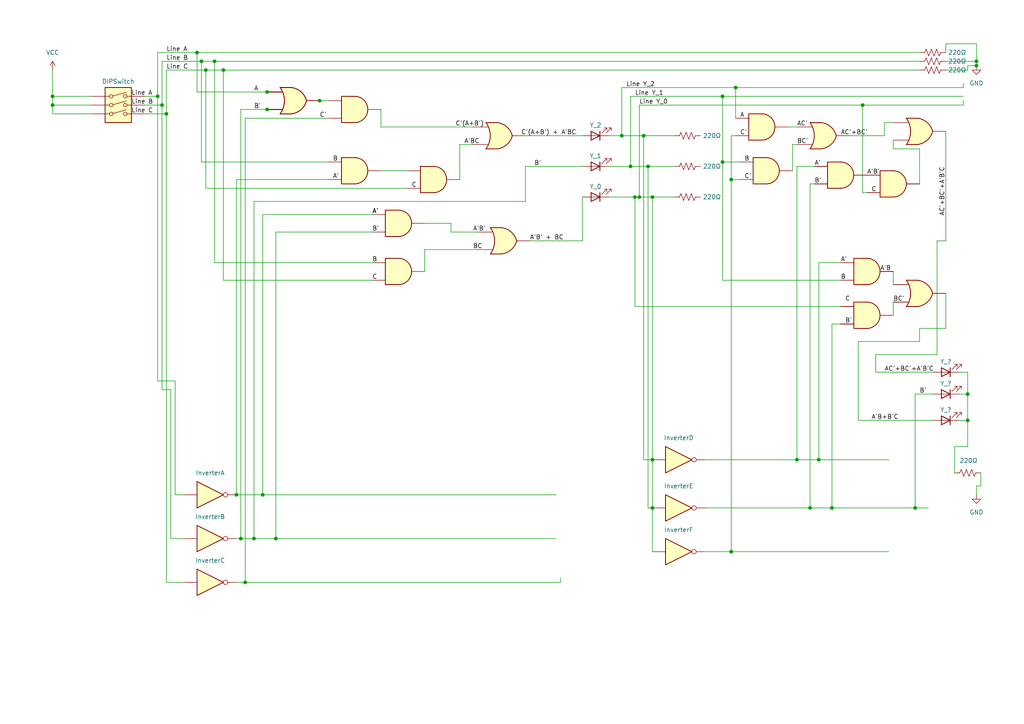
<source format=kicad_sch>
(kicad_sch (version 20250114) (generator "eeschema") (generator_version "9.0")
  (paper "A4")
  (lib_symbols
    (symbol "0_74xx:74HC08" (pin_numbers (hide yes)) (pin_names (offset 1.016) (hide yes))
      (property "Reference" "U" (at -2.54 5.08 0))
      (property "Value" "74HC08" (at 0 -5.08 0))
      (symbol "74HC08_1_1"
        (arc (start 0 3.81) (mid 3.7934 0) (end 0 -3.81) (stroke (width 0.254)) (fill (type background)))
        (polyline (pts (xy 0 3.81) (xy -3.81 3.81) (xy -3.81 -3.81) (xy 0 -3.81)) (stroke (width 0.254)) (fill (type background)))
        (pin input line (at -7.62 2.54 0) (length 3.81) (name "~") (number "1"))
        (pin input line (at -7.62 -2.54 0) (length 3.81) (name "~") (number "2"))
        (pin output line (at 7.62 0 180) (length 3.81) (name "~") (number "3"))
      )
      (symbol "74HC08_1_2"
        (arc (start -3.81 3.81) (mid -2.589 0) (end -3.81 -3.81) (stroke (width 0.254)))
        (polyline (pts (xy -3.81 3.81) (xy -0.635 3.81)) (stroke (width 0.254)) (fill (type background)))
        (polyline (pts (xy -3.81 -3.81) (xy -0.635 -3.81)) (stroke (width 0.254)) (fill (type background)))
        (arc (start 3.81 0) (mid 2.1855 -2.584) (end -0.6096 -3.81) (stroke (width 0.254)) (fill (type background)))
        (arc (start -0.6096 3.81) (mid 2.1928 2.5924) (end 3.81 0) (stroke (width 0.254)) (fill (type background)))
        (polyline (pts (xy -0.635 3.81) (xy -3.81 3.81) (xy -3.81 3.81) (xy -3.556 3.4036) (xy -3.0226 2.2606) (xy -2.6924 1.0414) (xy -2.6162 -0.254) (xy -2.7686 -1.4986) (xy -3.175 -2.7178) (xy -3.81 -3.81) (xy -3.81 -3.81) (xy -0.635 -3.81)) (stroke (width -25.4)) (fill (type background)))
        (pin input inverted (at -7.62 2.54 0) (length 4.318) (name "~") (number "1"))
        (pin input inverted (at -7.62 -2.54 0) (length 4.318) (name "~") (number "2"))
        (pin output inverted (at 7.62 0 180) (length 3.81) (name "~") (number "3"))
      )
      (symbol "74HC08_2_1"
        (arc (start 0 3.81) (mid 3.7934 0) (end 0 -3.81) (stroke (width 0.254)) (fill (type background)))
        (polyline (pts (xy 0 3.81) (xy -3.81 3.81) (xy -3.81 -3.81) (xy 0 -3.81)) (stroke (width 0.254)) (fill (type background)))
        (pin input line (at -7.62 2.54 0) (length 3.81) (name "~") (number "4"))
        (pin input line (at -7.62 -2.54 0) (length 3.81) (name "~") (number "5"))
        (pin output line (at 7.62 0 180) (length 3.81) (name "~") (number "6"))
      )
      (symbol "74HC08_2_2"
        (arc (start -3.81 3.81) (mid -2.589 0) (end -3.81 -3.81) (stroke (width 0.254)))
        (polyline (pts (xy -3.81 3.81) (xy -0.635 3.81)) (stroke (width 0.254)) (fill (type background)))
        (polyline (pts (xy -3.81 -3.81) (xy -0.635 -3.81)) (stroke (width 0.254)) (fill (type background)))
        (arc (start 3.81 0) (mid 2.1855 -2.584) (end -0.6096 -3.81) (stroke (width 0.254)) (fill (type background)))
        (arc (start -0.6096 3.81) (mid 2.1928 2.5924) (end 3.81 0) (stroke (width 0.254)) (fill (type background)))
        (polyline (pts (xy -0.635 3.81) (xy -3.81 3.81) (xy -3.81 3.81) (xy -3.556 3.4036) (xy -3.0226 2.2606) (xy -2.6924 1.0414) (xy -2.6162 -0.254) (xy -2.7686 -1.4986) (xy -3.175 -2.7178) (xy -3.81 -3.81) (xy -3.81 -3.81) (xy -0.635 -3.81)) (stroke (width -25.4)) (fill (type background)))
        (pin input inverted (at -7.62 2.54 0) (length 4.318) (name "~") (number "4"))
        (pin input inverted (at -7.62 -2.54 0) (length 4.318) (name "~") (number "5"))
        (pin output inverted (at 7.62 0 180) (length 3.81) (name "~") (number "6"))
      )
      (symbol "74HC08_3_1"
        (arc (start 0 3.81) (mid 3.7934 0) (end 0 -3.81) (stroke (width 0.254)) (fill (type background)))
        (polyline (pts (xy 0 3.81) (xy -3.81 3.81) (xy -3.81 -3.81) (xy 0 -3.81)) (stroke (width 0.254)) (fill (type background)))
        (pin input line (at -7.62 2.54 0) (length 3.81) (name "~") (number "9"))
        (pin input line (at -7.62 -2.54 0) (length 3.81) (name "~") (number "10"))
        (pin output line (at 7.62 0 180) (length 3.81) (name "~") (number "8"))
      )
      (symbol "74HC08_3_2"
        (arc (start -3.81 3.81) (mid -2.589 0) (end -3.81 -3.81) (stroke (width 0.254)))
        (polyline (pts (xy -3.81 3.81) (xy -0.635 3.81)) (stroke (width 0.254)) (fill (type background)))
        (polyline (pts (xy -3.81 -3.81) (xy -0.635 -3.81)) (stroke (width 0.254)) (fill (type background)))
        (arc (start 3.81 0) (mid 2.1855 -2.584) (end -0.6096 -3.81) (stroke (width 0.254)) (fill (type background)))
        (arc (start -0.6096 3.81) (mid 2.1928 2.5924) (end 3.81 0) (stroke (width 0.254)) (fill (type background)))
        (polyline (pts (xy -0.635 3.81) (xy -3.81 3.81) (xy -3.81 3.81) (xy -3.556 3.4036) (xy -3.0226 2.2606) (xy -2.6924 1.0414) (xy -2.6162 -0.254) (xy -2.7686 -1.4986) (xy -3.175 -2.7178) (xy -3.81 -3.81) (xy -3.81 -3.81) (xy -0.635 -3.81)) (stroke (width -25.4)) (fill (type background)))
        (pin input inverted (at -7.62 2.54 0) (length 4.318) (name "~") (number "9"))
        (pin input inverted (at -7.62 -2.54 0) (length 4.318) (name "~") (number "10"))
        (pin output inverted (at 7.62 0 180) (length 3.81) (name "~") (number "8"))
      )
      (symbol "74HC08_4_1"
        (arc (start 0 3.81) (mid 3.7934 0) (end 0 -3.81) (stroke (width 0.254)) (fill (type background)))
        (polyline (pts (xy 0 3.81) (xy -3.81 3.81) (xy -3.81 -3.81) (xy 0 -3.81)) (stroke (width 0.254)) (fill (type background)))
        (pin input line (at -7.62 2.54 0) (length 3.81) (name "~") (number "12"))
        (pin input line (at -7.62 -2.54 0) (length 3.81) (name "~") (number "13"))
        (pin output line (at 7.62 0 180) (length 3.81) (name "~") (number "11"))
      )
      (symbol "74HC08_4_2"
        (arc (start -3.81 3.81) (mid -2.589 0) (end -3.81 -3.81) (stroke (width 0.254)))
        (polyline (pts (xy -3.81 3.81) (xy -0.635 3.81)) (stroke (width 0.254)) (fill (type background)))
        (polyline (pts (xy -3.81 -3.81) (xy -0.635 -3.81)) (stroke (width 0.254)) (fill (type background)))
        (arc (start 3.81 0) (mid 2.1855 -2.584) (end -0.6096 -3.81) (stroke (width 0.254)) (fill (type background)))
        (arc (start -0.6096 3.81) (mid 2.1928 2.5924) (end 3.81 0) (stroke (width 0.254)) (fill (type background)))
        (polyline (pts (xy -0.635 3.81) (xy -3.81 3.81) (xy -3.81 3.81) (xy -3.556 3.4036) (xy -3.0226 2.2606) (xy -2.6924 1.0414) (xy -2.6162 -0.254) (xy -2.7686 -1.4986) (xy -3.175 -2.7178) (xy -3.81 -3.81) (xy -3.81 -3.81) (xy -0.635 -3.81)) (stroke (width -25.4)) (fill (type background)))
        (pin input inverted (at -7.62 2.54 0) (length 4.318) (name "~") (number "12"))
        (pin input inverted (at -7.62 -2.54 0) (length 4.318) (name "~") (number "13"))
        (pin output inverted (at 7.62 0 180) (length 3.81) (name "~") (number "11"))
      )
      (symbol "74HC08_5_0"
        (pin power_in line (at 0 12.7 270) (length 5.08) (name "VCC") (number "14"))
        (pin power_in line (at 0 -12.7 90) (length 5.08) (name "GND") (number "7"))
      )
      (symbol "74HC08_5_1"
        (rectangle (start -5.08 7.62) (end 5.08 -7.62) (stroke (width 0.254)) (fill (type background)))
      )
      (symbol "74HC08_5_2"
        (rectangle (start -5.08 7.62) (end 5.08 -7.62) (stroke (width 0.254)) (fill (type background)))
      )
    )
    (symbol "0_74xx:74HC32" (pin_numbers (hide yes)) (pin_names (offset 1.016) (hide yes))
      (property "Reference" "U" (at -2.54 5.08 0))
      (property "Value" "74HC32" (at 0 -5.08 0))
      (symbol "74HC32_1_1"
        (arc (start -3.81 3.81) (mid -2.589 0) (end -3.81 -3.81) (stroke (width 0.254)))
        (polyline (pts (xy -3.81 3.81) (xy -0.635 3.81)) (stroke (width 0.254)) (fill (type background)))
        (polyline (pts (xy -3.81 -3.81) (xy -0.635 -3.81)) (stroke (width 0.254)) (fill (type background)))
        (arc (start 3.81 0) (mid 2.1855 -2.584) (end -0.6096 -3.81) (stroke (width 0.254)) (fill (type background)))
        (arc (start -0.6096 3.81) (mid 2.1928 2.5924) (end 3.81 0) (stroke (width 0.254)) (fill (type background)))
        (polyline (pts (xy -0.635 3.81) (xy -3.81 3.81) (xy -3.81 3.81) (xy -3.556 3.4036) (xy -3.0226 2.2606) (xy -2.6924 1.0414) (xy -2.6162 -0.254) (xy -2.7686 -1.4986) (xy -3.175 -2.7178) (xy -3.81 -3.81) (xy -3.81 -3.81) (xy -0.635 -3.81)) (stroke (width -25.4)) (fill (type background)))
        (pin input line (at -7.62 2.54 0) (length 4.318) (name "~") (number "1"))
        (pin input line (at -7.62 -2.54 0) (length 4.318) (name "~") (number "2"))
        (pin output line (at 7.62 0 180) (length 3.81) (name "~") (number "3"))
      )
      (symbol "74HC32_1_2"
        (arc (start 0 3.81) (mid 3.7934 0) (end 0 -3.81) (stroke (width 0.254)) (fill (type background)))
        (polyline (pts (xy 0 3.81) (xy -3.81 3.81) (xy -3.81 -3.81) (xy 0 -3.81)) (stroke (width 0.254)) (fill (type background)))
        (pin input inverted (at -7.62 2.54 0) (length 3.81) (name "~") (number "1"))
        (pin input inverted (at -7.62 -2.54 0) (length 3.81) (name "~") (number "2"))
        (pin output inverted (at 7.62 0 180) (length 3.81) (name "~") (number "3"))
      )
      (symbol "74HC32_2_1"
        (arc (start -3.81 3.81) (mid -2.589 0) (end -3.81 -3.81) (stroke (width 0.254)))
        (polyline (pts (xy -3.81 3.81) (xy -0.635 3.81)) (stroke (width 0.254)) (fill (type background)))
        (polyline (pts (xy -3.81 -3.81) (xy -0.635 -3.81)) (stroke (width 0.254)) (fill (type background)))
        (arc (start 3.81 0) (mid 2.1855 -2.584) (end -0.6096 -3.81) (stroke (width 0.254)) (fill (type background)))
        (arc (start -0.6096 3.81) (mid 2.1928 2.5924) (end 3.81 0) (stroke (width 0.254)) (fill (type background)))
        (polyline (pts (xy -0.635 3.81) (xy -3.81 3.81) (xy -3.81 3.81) (xy -3.556 3.4036) (xy -3.0226 2.2606) (xy -2.6924 1.0414) (xy -2.6162 -0.254) (xy -2.7686 -1.4986) (xy -3.175 -2.7178) (xy -3.81 -3.81) (xy -3.81 -3.81) (xy -0.635 -3.81)) (stroke (width -25.4)) (fill (type background)))
        (pin input line (at -7.62 2.54 0) (length 4.318) (name "~") (number "4"))
        (pin input line (at -7.62 -2.54 0) (length 4.318) (name "~") (number "5"))
        (pin output line (at 7.62 0 180) (length 3.81) (name "~") (number "6"))
      )
      (symbol "74HC32_2_2"
        (arc (start 0 3.81) (mid 3.7934 0) (end 0 -3.81) (stroke (width 0.254)) (fill (type background)))
        (polyline (pts (xy 0 3.81) (xy -3.81 3.81) (xy -3.81 -3.81) (xy 0 -3.81)) (stroke (width 0.254)) (fill (type background)))
        (pin input inverted (at -7.62 2.54 0) (length 3.81) (name "~") (number "4"))
        (pin input inverted (at -7.62 -2.54 0) (length 3.81) (name "~") (number "5"))
        (pin output inverted (at 7.62 0 180) (length 3.81) (name "~") (number "6"))
      )
      (symbol "74HC32_3_1"
        (arc (start -3.81 3.81) (mid -2.589 0) (end -3.81 -3.81) (stroke (width 0.254)))
        (polyline (pts (xy -3.81 3.81) (xy -0.635 3.81)) (stroke (width 0.254)) (fill (type background)))
        (polyline (pts (xy -3.81 -3.81) (xy -0.635 -3.81)) (stroke (width 0.254)) (fill (type background)))
        (arc (start 3.81 0) (mid 2.1855 -2.584) (end -0.6096 -3.81) (stroke (width 0.254)) (fill (type background)))
        (arc (start -0.6096 3.81) (mid 2.1928 2.5924) (end 3.81 0) (stroke (width 0.254)) (fill (type background)))
        (polyline (pts (xy -0.635 3.81) (xy -3.81 3.81) (xy -3.81 3.81) (xy -3.556 3.4036) (xy -3.0226 2.2606) (xy -2.6924 1.0414) (xy -2.6162 -0.254) (xy -2.7686 -1.4986) (xy -3.175 -2.7178) (xy -3.81 -3.81) (xy -3.81 -3.81) (xy -0.635 -3.81)) (stroke (width -25.4)) (fill (type background)))
        (pin input line (at -7.62 2.54 0) (length 4.318) (name "~") (number "9"))
        (pin input line (at -7.62 -2.54 0) (length 4.318) (name "~") (number "10"))
        (pin output line (at 7.62 0 180) (length 3.81) (name "~") (number "8"))
      )
      (symbol "74HC32_3_2"
        (arc (start 0 3.81) (mid 3.7934 0) (end 0 -3.81) (stroke (width 0.254)) (fill (type background)))
        (polyline (pts (xy 0 3.81) (xy -3.81 3.81) (xy -3.81 -3.81) (xy 0 -3.81)) (stroke (width 0.254)) (fill (type background)))
        (pin input inverted (at -7.62 2.54 0) (length 3.81) (name "~") (number "9"))
        (pin input inverted (at -7.62 -2.54 0) (length 3.81) (name "~") (number "10"))
        (pin output inverted (at 7.62 0 180) (length 3.81) (name "~") (number "8"))
      )
      (symbol "74HC32_4_1"
        (arc (start -3.81 3.81) (mid -2.589 0) (end -3.81 -3.81) (stroke (width 0.254)))
        (polyline (pts (xy -3.81 3.81) (xy -0.635 3.81)) (stroke (width 0.254)) (fill (type background)))
        (polyline (pts (xy -3.81 -3.81) (xy -0.635 -3.81)) (stroke (width 0.254)) (fill (type background)))
        (arc (start 3.81 0) (mid 2.1855 -2.584) (end -0.6096 -3.81) (stroke (width 0.254)) (fill (type background)))
        (arc (start -0.6096 3.81) (mid 2.1928 2.5924) (end 3.81 0) (stroke (width 0.254)) (fill (type background)))
        (polyline (pts (xy -0.635 3.81) (xy -3.81 3.81) (xy -3.81 3.81) (xy -3.556 3.4036) (xy -3.0226 2.2606) (xy -2.6924 1.0414) (xy -2.6162 -0.254) (xy -2.7686 -1.4986) (xy -3.175 -2.7178) (xy -3.81 -3.81) (xy -3.81 -3.81) (xy -0.635 -3.81)) (stroke (width -25.4)) (fill (type background)))
        (pin input line (at -7.62 2.54 0) (length 4.318) (name "~") (number "12"))
        (pin input line (at -7.62 -2.54 0) (length 4.318) (name "~") (number "13"))
        (pin output line (at 7.62 0 180) (length 3.81) (name "~") (number "11"))
      )
      (symbol "74HC32_4_2"
        (arc (start 0 3.81) (mid 3.7934 0) (end 0 -3.81) (stroke (width 0.254)) (fill (type background)))
        (polyline (pts (xy 0 3.81) (xy -3.81 3.81) (xy -3.81 -3.81) (xy 0 -3.81)) (stroke (width 0.254)) (fill (type background)))
        (pin input inverted (at -7.62 2.54 0) (length 3.81) (name "~") (number "12"))
        (pin input inverted (at -7.62 -2.54 0) (length 3.81) (name "~") (number "13"))
        (pin output inverted (at 7.62 0 180) (length 3.81) (name "~") (number "11"))
      )
      (symbol "74HC32_5_0"
        (pin power_in line (at 0 12.7 270) (length 5.08) (name "VCC") (number "14"))
        (pin power_in line (at 0 -12.7 90) (length 5.08) (name "GND") (number "7"))
      )
      (symbol "74HC32_5_1"
        (rectangle (start -5.08 7.62) (end 5.08 -7.62) (stroke (width 0.254)) (fill (type background)))
      )
      (symbol "74HC32_5_2"
        (rectangle (start -5.08 7.62) (end 5.08 -7.62) (stroke (width 0.254)) (fill (type background)))
      )
    )
    (symbol "74HC32_1" (pin_numbers (hide yes)) (pin_names (offset 1.016) (hide yes))
      (property "Reference" "U" (at -2.54 5.08 0))
      (property "Value" "74HC32" (at 0 -5.08 0))
      (symbol "74HC32_1_1_1"
        (arc (start -3.81 3.81) (mid -2.589 0) (end -3.81 -3.81) (stroke (width 0.254)))
        (polyline (pts (xy -3.81 3.81) (xy -0.635 3.81)) (stroke (width 0.254)) (fill (type background)))
        (polyline (pts (xy -3.81 -3.81) (xy -0.635 -3.81)) (stroke (width 0.254)) (fill (type background)))
        (arc (start 3.81 0) (mid 2.1855 -2.584) (end -0.6096 -3.81) (stroke (width 0.254)) (fill (type background)))
        (arc (start -0.6096 3.81) (mid 2.1928 2.5924) (end 3.81 0) (stroke (width 0.254)) (fill (type background)))
        (polyline (pts (xy -0.635 3.81) (xy -3.81 3.81) (xy -3.81 3.81) (xy -3.556 3.4036) (xy -3.0226 2.2606) (xy -2.6924 1.0414) (xy -2.6162 -0.254) (xy -2.7686 -1.4986) (xy -3.175 -2.7178) (xy -3.81 -3.81) (xy -3.81 -3.81) (xy -0.635 -3.81)) (stroke (width -25.4)) (fill (type background)))
        (pin input line (at -7.62 2.54 0) (length 4.318) (name "~") (number "1"))
        (pin input line (at -7.62 -2.54 0) (length 4.318) (name "~") (number "2"))
        (pin output line (at 7.62 0 180) (length 3.81) (name "~") (number "3"))
      )
      (symbol "74HC32_1_1_2"
        (arc (start 0 3.81) (mid 3.7934 0) (end 0 -3.81) (stroke (width 0.254)) (fill (type background)))
        (polyline (pts (xy 0 3.81) (xy -3.81 3.81) (xy -3.81 -3.81) (xy 0 -3.81)) (stroke (width 0.254)) (fill (type background)))
        (pin input inverted (at -7.62 2.54 0) (length 3.81) (name "~") (number "1"))
        (pin input inverted (at -7.62 -2.54 0) (length 3.81) (name "~") (number "2"))
        (pin output inverted (at 7.62 0 180) (length 3.81) (name "~") (number "3"))
      )
      (symbol "74HC32_1_2_1"
        (arc (start -3.81 3.81) (mid -2.589 0) (end -3.81 -3.81) (stroke (width 0.254)))
        (polyline (pts (xy -3.81 3.81) (xy -0.635 3.81)) (stroke (width 0.254)) (fill (type background)))
        (polyline (pts (xy -3.81 -3.81) (xy -0.635 -3.81)) (stroke (width 0.254)) (fill (type background)))
        (arc (start 3.81 0) (mid 2.1855 -2.584) (end -0.6096 -3.81) (stroke (width 0.254)) (fill (type background)))
        (arc (start -0.6096 3.81) (mid 2.1928 2.5924) (end 3.81 0) (stroke (width 0.254)) (fill (type background)))
        (polyline (pts (xy -0.635 3.81) (xy -3.81 3.81) (xy -3.81 3.81) (xy -3.556 3.4036) (xy -3.0226 2.2606) (xy -2.6924 1.0414) (xy -2.6162 -0.254) (xy -2.7686 -1.4986) (xy -3.175 -2.7178) (xy -3.81 -3.81) (xy -3.81 -3.81) (xy -0.635 -3.81)) (stroke (width -25.4)) (fill (type background)))
        (pin input line (at -7.62 2.54 0) (length 4.318) (name "~") (number "4"))
        (pin input line (at -7.62 -2.54 0) (length 4.318) (name "~") (number "5"))
        (pin output line (at 7.62 0 180) (length 3.81) (name "~") (number "6"))
      )
      (symbol "74HC32_1_2_2"
        (arc (start 0 3.81) (mid 3.7934 0) (end 0 -3.81) (stroke (width 0.254)) (fill (type background)))
        (polyline (pts (xy 0 3.81) (xy -3.81 3.81) (xy -3.81 -3.81) (xy 0 -3.81)) (stroke (width 0.254)) (fill (type background)))
        (pin input inverted (at -7.62 2.54 0) (length 3.81) (name "~") (number "4"))
        (pin input inverted (at -7.62 -2.54 0) (length 3.81) (name "~") (number "5"))
        (pin output inverted (at 7.62 0 180) (length 3.81) (name "~") (number "6"))
      )
      (symbol "74HC32_1_3_1"
        (arc (start -3.81 3.81) (mid -2.589 0) (end -3.81 -3.81) (stroke (width 0.254)))
        (polyline (pts (xy -3.81 3.81) (xy -0.635 3.81)) (stroke (width 0.254)) (fill (type background)))
        (polyline (pts (xy -3.81 -3.81) (xy -0.635 -3.81)) (stroke (width 0.254)) (fill (type background)))
        (arc (start 3.81 0) (mid 2.1855 -2.584) (end -0.6096 -3.81) (stroke (width 0.254)) (fill (type background)))
        (arc (start -0.6096 3.81) (mid 2.1928 2.5924) (end 3.81 0) (stroke (width 0.254)) (fill (type background)))
        (polyline (pts (xy -0.635 3.81) (xy -3.81 3.81) (xy -3.81 3.81) (xy -3.556 3.4036) (xy -3.0226 2.2606) (xy -2.6924 1.0414) (xy -2.6162 -0.254) (xy -2.7686 -1.4986) (xy -3.175 -2.7178) (xy -3.81 -3.81) (xy -3.81 -3.81) (xy -0.635 -3.81)) (stroke (width -25.4)) (fill (type background)))
        (pin input line (at -7.62 2.54 0) (length 4.318) (name "~") (number "9"))
        (pin input line (at -7.62 -2.54 0) (length 4.318) (name "~") (number "10"))
        (pin output line (at 7.62 0 180) (length 3.81) (name "~") (number "8"))
      )
      (symbol "74HC32_1_3_2"
        (arc (start 0 3.81) (mid 3.7934 0) (end 0 -3.81) (stroke (width 0.254)) (fill (type background)))
        (polyline (pts (xy 0 3.81) (xy -3.81 3.81) (xy -3.81 -3.81) (xy 0 -3.81)) (stroke (width 0.254)) (fill (type background)))
        (pin input inverted (at -7.62 2.54 0) (length 3.81) (name "~") (number "9"))
        (pin input inverted (at -7.62 -2.54 0) (length 3.81) (name "~") (number "10"))
        (pin output inverted (at 7.62 0 180) (length 3.81) (name "~") (number "8"))
      )
      (symbol "74HC32_1_4_1"
        (arc (start -3.81 3.81) (mid -2.589 0) (end -3.81 -3.81) (stroke (width 0.254)))
        (polyline (pts (xy -3.81 3.81) (xy -0.635 3.81)) (stroke (width 0.254)) (fill (type background)))
        (polyline (pts (xy -3.81 -3.81) (xy -0.635 -3.81)) (stroke (width 0.254)) (fill (type background)))
        (arc (start 3.81 0) (mid 2.1855 -2.584) (end -0.6096 -3.81) (stroke (width 0.254)) (fill (type background)))
        (arc (start -0.6096 3.81) (mid 2.1928 2.5924) (end 3.81 0) (stroke (width 0.254)) (fill (type background)))
        (polyline (pts (xy -0.635 3.81) (xy -3.81 3.81) (xy -3.81 3.81) (xy -3.556 3.4036) (xy -3.0226 2.2606) (xy -2.6924 1.0414) (xy -2.6162 -0.254) (xy -2.7686 -1.4986) (xy -3.175 -2.7178) (xy -3.81 -3.81) (xy -3.81 -3.81) (xy -0.635 -3.81)) (stroke (width -25.4)) (fill (type background)))
        (pin input line (at -7.62 2.54 0) (length 4.318) (name "~") (number "12"))
        (pin input line (at -7.62 -2.54 0) (length 4.318) (name "~") (number "13"))
        (pin output line (at 7.62 0 180) (length 3.81) (name "~") (number "11"))
      )
      (symbol "74HC32_1_4_2"
        (arc (start 0 3.81) (mid 3.7934 0) (end 0 -3.81) (stroke (width 0.254)) (fill (type background)))
        (polyline (pts (xy 0 3.81) (xy -3.81 3.81) (xy -3.81 -3.81) (xy 0 -3.81)) (stroke (width 0.254)) (fill (type background)))
        (pin input inverted (at -7.62 2.54 0) (length 3.81) (name "~") (number "12"))
        (pin input inverted (at -7.62 -2.54 0) (length 3.81) (name "~") (number "13"))
        (pin output inverted (at 7.62 0 180) (length 3.81) (name "~") (number "11"))
      )
      (symbol "74HC32_1_5_0"
        (pin power_in line (at 0 12.7 270) (length 5.08) (name "VCC") (number "14"))
        (pin power_in line (at 0 -12.7 90) (length 5.08) (name "GND") (number "7"))
      )
      (symbol "74HC32_1_5_1"
        (rectangle (start -5.08 7.62) (end 5.08 -7.62) (stroke (width 0.254)) (fill (type background)))
      )
      (symbol "74HC32_1_5_2"
        (rectangle (start -5.08 7.62) (end 5.08 -7.62) (stroke (width 0.254)) (fill (type background)))
      )
    )
    (symbol "74xx:74HC04" (pin_numbers (hide yes)) (pin_names (hide yes))
      (property "Reference" "U" (at 0 1.27 0))
      (property "Value" "74HC04" (at 0 -1.27 0))
      (symbol "74HC04_1_0"
        (polyline (pts (xy -3.81 3.81) (xy -3.81 -3.81) (xy 3.81 0) (xy -3.81 3.81)) (stroke (width 0.254)) (fill (type background)))
        (pin input line (at -7.62 0 0) (length 3.81) (name "~") (number "1"))
        (pin output inverted (at 7.62 0 180) (length 3.81) (name "~") (number "2"))
      )
      (symbol "74HC04_2_0"
        (polyline (pts (xy -3.81 3.81) (xy -3.81 -3.81) (xy 3.81 0) (xy -3.81 3.81)) (stroke (width 0.254)) (fill (type background)))
        (pin input line (at -7.62 0 0) (length 3.81) (name "~") (number "3"))
        (pin output inverted (at 7.62 0 180) (length 3.81) (name "~") (number "4"))
      )
      (symbol "74HC04_3_0"
        (polyline (pts (xy -3.81 3.81) (xy -3.81 -3.81) (xy 3.81 0) (xy -3.81 3.81)) (stroke (width 0.254)) (fill (type background)))
        (pin input line (at -7.62 0 0) (length 3.81) (name "~") (number "5"))
        (pin output inverted (at 7.62 0 180) (length 3.81) (name "~") (number "6"))
      )
      (symbol "74HC04_4_0"
        (polyline (pts (xy -3.81 3.81) (xy -3.81 -3.81) (xy 3.81 0) (xy -3.81 3.81)) (stroke (width 0.254)) (fill (type background)))
        (pin input line (at -7.62 0 0) (length 3.81) (name "~") (number "9"))
        (pin output inverted (at 7.62 0 180) (length 3.81) (name "~") (number "8"))
      )
      (symbol "74HC04_5_0"
        (polyline (pts (xy -3.81 3.81) (xy -3.81 -3.81) (xy 3.81 0) (xy -3.81 3.81)) (stroke (width 0.254)) (fill (type background)))
        (pin input line (at -7.62 0 0) (length 3.81) (name "~") (number "11"))
        (pin output inverted (at 7.62 0 180) (length 3.81) (name "~") (number "10"))
      )
      (symbol "74HC04_6_0"
        (polyline (pts (xy -3.81 3.81) (xy -3.81 -3.81) (xy 3.81 0) (xy -3.81 3.81)) (stroke (width 0.254)) (fill (type background)))
        (pin input line (at -7.62 0 0) (length 3.81) (name "~") (number "13"))
        (pin output inverted (at 7.62 0 180) (length 3.81) (name "~") (number "12"))
      )
      (symbol "74HC04_7_0"
        (pin power_in line (at 0 12.7 270) (length 5.08) (name "VCC") (number "14"))
        (pin power_in line (at 0 -12.7 90) (length 5.08) (name "GND") (number "7"))
      )
      (symbol "74HC04_7_1"
        (rectangle (start -5.08 7.62) (end 5.08 -7.62) (stroke (width 0.254)) (fill (type background)))
      )
    )
    (symbol "Device:LED" (pin_numbers (hide yes)) (pin_names (offset 1.016) (hide yes))
      (property "Reference" "D" (at 0 2.54 0))
      (property "Value" "LED" (at 0 -2.54 0))
      (symbol "LED_0_1"
        (polyline (pts (xy -3.048 -0.762) (xy -4.572 -2.286) (xy -3.81 -2.286) (xy -4.572 -2.286) (xy -4.572 -1.524)))
        (polyline (pts (xy -1.778 -0.762) (xy -3.302 -2.286) (xy -2.54 -2.286) (xy -3.302 -2.286) (xy -3.302 -1.524)))
        (polyline (pts (xy -1.27 0) (xy 1.27 0)))
        (polyline (pts (xy -1.27 -1.27) (xy -1.27 1.27)) (stroke (width 0.254)))
        (polyline (pts (xy 1.27 -1.27) (xy 1.27 1.27) (xy -1.27 0) (xy 1.27 -1.27)) (stroke (width 0.254)))
      )
      (symbol "LED_1_1"
        (pin passive line (at -3.81 0 0) (length 2.54) (name "K") (number "1"))
        (pin passive line (at 3.81 0 180) (length 2.54) (name "A") (number "2"))
      )
    )
    (symbol "Device:R_US" (pin_numbers (hide yes)) (pin_names (offset 0))
      (property "Reference" "R" (at 2.54 0 90))
      (property "Value" "R_US" (at -2.54 0 90))
      (symbol "R_US_0_1"
        (polyline (pts (xy 0 2.286) (xy 0 2.54)))
        (polyline (pts (xy 0 2.286) (xy 1.016 1.905) (xy 0 1.524) (xy -1.016 1.143) (xy 0 0.762)))
        (polyline (pts (xy 0 0.762) (xy 1.016 0.381) (xy 0 0) (xy -1.016 -0.381) (xy 0 -0.762)))
        (polyline (pts (xy 0 -0.762) (xy 1.016 -1.143) (xy 0 -1.524) (xy -1.016 -1.905) (xy 0 -2.286)))
        (polyline (pts (xy 0 -2.286) (xy 0 -2.54)))
      )
      (symbol "R_US_1_1"
        (pin passive line (at 0 3.81 270) (length 1.27) (name "~") (number "1"))
        (pin passive line (at 0 -3.81 90) (length 1.27) (name "~") (number "2"))
      )
    )
    (symbol "Switch:SW_DIP_x03" (pin_numbers (hide yes)) (pin_names (offset 0))
      (property "Reference" "SW" (at 0 6.35 0))
      (property "Value" "SW_DIP_x03" (at 0 -6.35 0))
      (symbol "SW_DIP_x03_0_0"
        (circle (center -2.032 2.54) (radius 0.508))
        (circle (center -2.032 0) (radius 0.508))
        (circle (center -2.032 -2.54) (radius 0.508))
        (polyline (pts (xy -1.524 2.667) (xy 2.3622 3.7084)))
        (polyline (pts (xy -1.524 0.127) (xy 2.3622 1.1684)))
        (polyline (pts (xy -1.524 -2.413) (xy 2.3622 -1.3716)))
        (circle (center 2.032 2.54) (radius 0.508))
        (circle (center 2.032 0) (radius 0.508))
        (circle (center 2.032 -2.54) (radius 0.508))
      )
      (symbol "SW_DIP_x03_0_1"
        (rectangle (start -3.81 5.08) (end 3.81 -5.08) (stroke (width 0.254)) (fill (type background)))
      )
      (symbol "SW_DIP_x03_1_1"
        (pin passive line (at -7.62 2.54 0) (length 5.08) (name "~") (number "1"))
        (pin passive line (at -7.62 0 0) (length 5.08) (name "~") (number "2"))
        (pin passive line (at -7.62 -2.54 0) (length 5.08) (name "~") (number "3"))
        (pin passive line (at 7.62 2.54 180) (length 5.08) (name "~") (number "6"))
        (pin passive line (at 7.62 0 180) (length 5.08) (name "~") (number "5"))
        (pin passive line (at 7.62 -2.54 180) (length 5.08) (name "~") (number "4"))
      )
    )
    (symbol "power:GND" (power) (pin_numbers (hide yes)) (pin_names (offset 0) (hide yes))
      (property "Value" "GND" (at 0 -3.81 0))
      (symbol "GND_0_1"
        (polyline (pts (xy 0 0) (xy 0 -1.27) (xy 1.27 -1.27) (xy 0 -2.54) (xy -1.27 -1.27) (xy 0 -1.27)))
      )
      (symbol "GND_1_1"
        (pin power_in line (at 0 0 270) (length 0) (name "~") (number "1"))
      )
    )
    (symbol "power:VCC" (power) (pin_numbers (hide yes)) (pin_names (offset 0) (hide yes))
      (property "Value" "VCC" (at 0 3.556 0))
      (symbol "VCC_0_1"
        (polyline (pts (xy -0.762 1.27) (xy 0 2.54)))
        (polyline (pts (xy 0 2.54) (xy 0.762 1.27)))
        (polyline (pts (xy 0 0) (xy 0 2.54)))
      )
      (symbol "VCC_1_1"
        (pin power_in line (at 0 0 90) (length 0) (name "~") (number "1"))
      )
    )
  )
  (junction (at 189.23 133.35))
  (junction (at 184.15 57.15))
  (junction (at 48.26 33.02))
  (junction (at 280.67 121.92))
  (junction (at 68.58 143.51))
  (junction (at 189.23 57.15))
  (junction (at 283.21 17.78))
  (junction (at 69.85 156.21))
  (junction (at 57.15 15.24))
  (junction (at 234.95 147.32))
  (junction (at 92.71 29.21))
  (junction (at 187.96 48.26))
  (junction (at 231.14 133.35))
  (junction (at 209.55 27.94))
  (junction (at 77.47 26.67))
  (junction (at 265.43 147.32))
  (junction (at 58.42 17.78))
  (junction (at 15.24 27.94))
  (junction (at 185.42 57.15))
  (junction (at 76.2 143.51))
  (junction (at 80.01 156.21))
  (junction (at 73.66 156.21))
  (junction (at 59.69 20.32))
  (junction (at 180.34 39.37))
  (junction (at 46.99 30.48))
  (junction (at 15.24 30.48))
  (junction (at 64.77 20.32))
  (junction (at 209.55 46.99))
  (junction (at 283.21 19.05))
  (junction (at 182.88 48.26))
  (junction (at 250.19 30.48))
  (junction (at 71.12 168.91))
  (junction (at 280.67 114.3))
  (junction (at 213.36 25.4))
  (junction (at 186.69 39.37))
  (junction (at 237.49 133.35))
  (junction (at 212.09 160.02))
  (junction (at 212.09 52.07))
  (junction (at 45.72 27.94))
  (junction (at 241.3 147.32))
  (junction (at 77.47 31.75))
  (junction (at 62.23 17.78))
  (junction (at 189.23 147.32))
  (wire (pts (xy 133.35 41.91) (xy 137.16 41.91)))
  (wire (pts (xy 64.77 20.32) (xy 64.77 81.28)))
  (wire (pts (xy 73.66 156.21) (xy 73.66 58.42)))
  (wire (pts (xy 184.15 88.9) (xy 243.84 88.9)))
  (wire (pts (xy 231.14 36.83) (xy 228.6 36.83)))
  (wire (pts (xy 168.91 69.85) (xy 168.91 57.15)))
  (wire (pts (xy 280.67 114.3) (xy 280.67 121.92)))
  (wire (pts (xy 162.56 167.64) (xy 162.56 168.91)))
  (wire (pts (xy 49.53 113.03) (xy 49.53 156.21)))
  (wire (pts (xy 180.34 39.37) (xy 186.69 39.37)))
  (wire (pts (xy 48.26 33.02) (xy 41.91 33.02)))
  (wire (pts (xy 58.42 46.99) (xy 95.25 46.99)))
  (wire (pts (xy 130.81 67.31) (xy 138.43 67.31)))
  (wire (pts (xy 266.7 95.25) (xy 266.7 99.06)))
  (wire (pts (xy 266.7 43.18) (xy 259.08 43.18)))
  (wire (pts (xy 266.7 99.06) (xy 248.92 99.06)))
  (wire (pts (xy 209.55 46.99) (xy 209.55 81.28)))
  (wire (pts (xy 46.99 30.48) (xy 46.99 113.03)))
  (wire (pts (xy 50.8 110.49) (xy 45.72 110.49)))
  (wire (pts (xy 110.49 31.75) (xy 110.49 36.83)))
  (wire (pts (xy 276.86 129.54) (xy 276.86 137.16)))
  (wire (pts (xy 280.67 129.54) (xy 276.86 129.54)))
  (wire (pts (xy 204.47 147.32) (xy 234.95 147.32)))
  (wire (pts (xy 49.53 113.03) (xy 46.99 113.03)))
  (wire (pts (xy 180.34 39.37) (xy 180.34 25.4)))
  (wire (pts (xy 46.99 17.78) (xy 58.42 17.78)))
  (wire (pts (xy 110.49 36.83) (xy 137.16 36.83)))
  (wire (pts (xy 58.42 17.78) (xy 58.42 46.99)))
  (wire (pts (xy 250.19 30.48) (xy 250.19 55.88)))
  (wire (pts (xy 176.53 39.37) (xy 180.34 39.37)))
  (wire (pts (xy 69.85 31.75) (xy 69.85 156.21)))
  (wire (pts (xy 213.36 25.4) (xy 279.4 25.4)))
  (wire (pts (xy 15.24 20.32) (xy 15.24 27.94)))
  (wire (pts (xy 265.43 114.3) (xy 270.51 114.3)))
  (wire (pts (xy 153.67 69.85) (xy 168.91 69.85)))
  (wire (pts (xy 241.3 93.98) (xy 243.84 93.98)))
  (wire (pts (xy 46.99 30.48) (xy 46.99 17.78)))
  (wire (pts (xy 274.32 38.1) (xy 274.32 69.85)))
  (wire (pts (xy 241.3 147.32) (xy 241.3 93.98)))
  (wire (pts (xy 182.88 48.26) (xy 182.88 27.94)))
  (wire (pts (xy 279.4 24.13) (xy 279.4 25.4)))
  (wire (pts (xy 250.19 30.48) (xy 279.4 30.48)))
  (wire (pts (xy 237.49 133.35) (xy 257.81 133.35)))
  (wire (pts (xy 152.4 58.42) (xy 152.4 48.26)))
  (wire (pts (xy 71.12 34.29) (xy 95.25 34.29)))
  (wire (pts (xy 187.96 48.26) (xy 195.58 48.26)))
  (wire (pts (xy 212.09 52.07) (xy 212.09 39.37)))
  (wire (pts (xy 284.48 140.97) (xy 283.21 140.97)))
  (wire (pts (xy 26.67 30.48) (xy 15.24 30.48)))
  (wire (pts (xy 212.09 160.02) (xy 212.09 52.07)))
  (wire (pts (xy 184.15 57.15) (xy 185.42 57.15)))
  (wire (pts (xy 254 102.87) (xy 254 107.95)))
  (wire (pts (xy 57.15 15.24) (xy 266.7 15.24)))
  (wire (pts (xy 274.32 12.7) (xy 283.21 12.7)))
  (wire (pts (xy 62.23 17.78) (xy 266.7 17.78)))
  (wire (pts (xy 45.72 27.94) (xy 45.72 110.49)))
  (wire (pts (xy 48.26 33.02) (xy 48.26 168.91)))
  (wire (pts (xy 280.67 107.95) (xy 280.67 114.3)))
  (wire (pts (xy 254 107.95) (xy 270.51 107.95)))
  (wire (pts (xy 58.42 17.78) (xy 62.23 17.78)))
  (wire (pts (xy 186.69 133.35) (xy 189.23 133.35)))
  (wire (pts (xy 266.7 53.34) (xy 266.7 43.18)))
  (wire (pts (xy 185.42 57.15) (xy 189.23 57.15)))
  (wire (pts (xy 248.92 99.06) (xy 248.92 121.92)))
  (wire (pts (xy 68.58 168.91) (xy 71.12 168.91)))
  (wire (pts (xy 213.36 25.4) (xy 213.36 34.29)))
  (wire (pts (xy 274.32 85.09) (xy 274.32 95.25)))
  (wire (pts (xy 57.15 26.67) (xy 77.47 26.67)))
  (wire (pts (xy 279.4 29.21) (xy 279.4 30.48)))
  (wire (pts (xy 176.53 48.26) (xy 182.88 48.26)))
  (wire (pts (xy 59.69 54.61) (xy 118.11 54.61)))
  (wire (pts (xy 71.12 168.91) (xy 162.56 168.91)))
  (wire (pts (xy 274.32 69.85) (xy 271.78 69.85)))
  (wire (pts (xy 187.96 147.32) (xy 189.23 147.32)))
  (wire (pts (xy 69.85 31.75) (xy 77.47 31.75)))
  (wire (pts (xy 271.78 102.87) (xy 254 102.87)))
  (wire (pts (xy 123.19 72.39) (xy 138.43 72.39)))
  (wire (pts (xy 284.48 137.16) (xy 284.48 140.97)))
  (wire (pts (xy 248.92 121.92) (xy 270.51 121.92)))
  (wire (pts (xy 280.67 121.92) (xy 280.67 129.54)))
  (wire (pts (xy 185.42 30.48) (xy 250.19 30.48)))
  (wire (pts (xy 278.13 114.3) (xy 280.67 114.3)))
  (wire (pts (xy 71.12 168.91) (xy 71.12 34.29)))
  (wire (pts (xy 274.32 17.78) (xy 283.21 17.78)))
  (wire (pts (xy 265.43 147.32) (xy 269.24 147.32)))
  (wire (pts (xy 189.23 57.15) (xy 195.58 57.15)))
  (wire (pts (xy 246.38 39.37) (xy 256.54 39.37)))
  (wire (pts (xy 59.69 20.32) (xy 64.77 20.32)))
  (wire (pts (xy 259.08 78.74) (xy 259.08 82.55)))
  (wire (pts (xy 189.23 147.32) (xy 189.23 160.02)))
  (wire (pts (xy 26.67 33.02) (xy 15.24 33.02)))
  (wire (pts (xy 271.78 69.85) (xy 271.78 102.87)))
  (wire (pts (xy 73.66 58.42) (xy 152.4 58.42)))
  (wire (pts (xy 48.26 20.32) (xy 59.69 20.32)))
  (wire (pts (xy 69.85 156.21) (xy 73.66 156.21)))
  (wire (pts (xy 187.96 48.26) (xy 187.96 147.32)))
  (wire (pts (xy 48.26 168.91) (xy 53.34 168.91)))
  (wire (pts (xy 184.15 57.15) (xy 184.15 88.9)))
  (wire (pts (xy 123.19 78.74) (xy 123.19 72.39)))
  (wire (pts (xy 64.77 81.28) (xy 107.95 81.28)))
  (wire (pts (xy 68.58 52.07) (xy 95.25 52.07)))
  (wire (pts (xy 68.58 156.21) (xy 69.85 156.21)))
  (wire (pts (xy 212.09 52.07) (xy 214.63 52.07)))
  (wire (pts (xy 186.69 39.37) (xy 195.58 39.37)))
  (wire (pts (xy 259.08 87.63) (xy 259.08 91.44)))
  (wire (pts (xy 182.88 48.26) (xy 187.96 48.26)))
  (wire (pts (xy 231.14 48.26) (xy 236.22 48.26)))
  (wire (pts (xy 278.13 107.95) (xy 280.67 107.95)))
  (wire (pts (xy 180.34 25.4) (xy 213.36 25.4)))
  (wire (pts (xy 182.88 27.94) (xy 209.55 27.94)))
  (wire (pts (xy 234.95 147.32) (xy 234.95 53.34)))
  (wire (pts (xy 176.53 57.15) (xy 184.15 57.15)))
  (wire (pts (xy 212.09 39.37) (xy 213.36 39.37)))
  (wire (pts (xy 186.69 39.37) (xy 186.69 133.35)))
  (wire (pts (xy 209.55 81.28) (xy 243.84 81.28)))
  (wire (pts (xy 92.71 29.21) (xy 95.25 29.21)))
  (wire (pts (xy 59.69 20.32) (xy 59.69 54.61)))
  (wire (pts (xy 76.2 62.23) (xy 107.95 62.23)))
  (wire (pts (xy 152.4 48.26) (xy 168.91 48.26)))
  (wire (pts (xy 46.99 30.48) (xy 41.91 30.48)))
  (wire (pts (xy 250.19 55.88) (xy 251.46 55.88)))
  (wire (pts (xy 15.24 30.48) (xy 15.24 33.02)))
  (wire (pts (xy 209.55 27.94) (xy 209.55 46.99)))
  (wire (pts (xy 15.24 27.94) (xy 15.24 30.48)))
  (wire (pts (xy 68.58 52.07) (xy 68.58 143.51)))
  (wire (pts (xy 209.55 27.94) (xy 279.4 27.94)))
  (wire (pts (xy 76.2 143.51) (xy 161.29 143.51)))
  (wire (pts (xy 80.01 156.21) (xy 80.01 67.31)))
  (wire (pts (xy 62.23 17.78) (xy 62.23 76.2)))
  (wire (pts (xy 241.3 147.32) (xy 265.43 147.32)))
  (wire (pts (xy 185.42 57.15) (xy 185.42 30.48)))
  (wire (pts (xy 283.21 17.78) (xy 283.21 19.05)))
  (wire (pts (xy 278.13 121.92) (xy 280.67 121.92)))
  (wire (pts (xy 49.53 156.21) (xy 53.34 156.21)))
  (wire (pts (xy 204.47 133.35) (xy 231.14 133.35)))
  (wire (pts (xy 259.08 43.18) (xy 259.08 40.64)))
  (wire (pts (xy 237.49 133.35) (xy 237.49 76.2)))
  (wire (pts (xy 234.95 147.32) (xy 241.3 147.32)))
  (wire (pts (xy 68.58 143.51) (xy 76.2 143.51)))
  (wire (pts (xy 231.14 133.35) (xy 237.49 133.35)))
  (wire (pts (xy 50.8 110.49) (xy 50.8 143.51)))
  (wire (pts (xy 189.23 57.15) (xy 189.23 133.35)))
  (wire (pts (xy 45.72 27.94) (xy 41.91 27.94)))
  (wire (pts (xy 15.24 27.94) (xy 26.67 27.94)))
  (wire (pts (xy 212.09 160.02) (xy 257.81 160.02)))
  (wire (pts (xy 265.43 147.32) (xy 265.43 114.3)))
  (wire (pts (xy 110.49 49.53) (xy 118.11 49.53)))
  (wire (pts (xy 57.15 15.24) (xy 57.15 26.67)))
  (wire (pts (xy 237.49 76.2) (xy 243.84 76.2)))
  (wire (pts (xy 73.66 156.21) (xy 80.01 156.21)))
  (wire (pts (xy 283.21 140.97) (xy 283.21 143.51)))
  (wire (pts (xy 280.67 20.32) (xy 280.67 19.05)))
  (wire (pts (xy 283.21 12.7) (xy 283.21 17.78)))
  (wire (pts (xy 229.87 49.53) (xy 229.87 41.91)))
  (wire (pts (xy 130.81 64.77) (xy 130.81 67.31)))
  (wire (pts (xy 274.32 95.25) (xy 266.7 95.25)))
  (wire (pts (xy 76.2 143.51) (xy 76.2 62.23)))
  (wire (pts (xy 280.67 19.05) (xy 283.21 19.05)))
  (wire (pts (xy 229.87 41.91) (xy 231.14 41.91)))
  (wire (pts (xy 256.54 35.56) (xy 259.08 35.56)))
  (wire (pts (xy 234.95 53.34) (xy 236.22 53.34)))
  (wire (pts (xy 152.4 39.37) (xy 168.91 39.37)))
  (wire (pts (xy 48.26 33.02) (xy 48.26 20.32)))
  (wire (pts (xy 133.35 52.07) (xy 133.35 41.91)))
  (wire (pts (xy 45.72 15.24) (xy 57.15 15.24)))
  (wire (pts (xy 204.47 160.02) (xy 212.09 160.02)))
  (wire (pts (xy 64.77 20.32) (xy 266.7 20.32)))
  (wire (pts (xy 45.72 27.94) (xy 45.72 15.24)))
  (wire (pts (xy 80.01 156.21) (xy 161.29 156.21)))
  (wire (pts (xy 274.32 15.24) (xy 274.32 12.7)))
  (wire (pts (xy 189.23 133.35) (xy 189.23 147.32)))
  (wire (pts (xy 274.32 20.32) (xy 280.67 20.32)))
  (wire (pts (xy 209.55 46.99) (xy 214.63 46.99)))
  (wire (pts (xy 256.54 39.37) (xy 256.54 35.56)))
  (wire (pts (xy 123.19 64.77) (xy 130.81 64.77)))
  (wire (pts (xy 231.14 133.35) (xy 231.14 48.26)))
  (wire (pts (xy 80.01 67.31) (xy 107.95 67.31)))
  (wire (pts (xy 62.23 76.2) (xy 107.95 76.2)))
  (wire (pts (xy 50.8 143.51) (xy 53.34 143.51)))
  (label "B'" (at 107.95 67.31 0))
  (label "B" (at 243.84 81.28 0))
  (label "C'" (at 214.63 39.37 0))
  (label "B" (at 96.52 46.99 0))
  (label "A'" (at 236.22 48.26 0))
  (label "B'" (at 73.66 31.75 0))
  (label "C" (at 119.38 54.61 0))
  (label "" (at 134.62 35.56 0))
  (label "A" (at 214.63 34.29 0))
  (label "A'B' + BC" (at 153.67 69.85 0))
  (label "AC'+BC'" (at 243.84 39.37 0))
  (label "C" (at 245.11 87.63 0))
  (label "A'BC" (at 134.62 41.91 0))
  (label "B'" (at 154.94 48.26 0))
  (label "A'B'" (at 251.46 50.8 0))
  (label "" (at 148.59 67.31 0))
  (label "BC'" (at 231.14 41.91 0))
  (label "B'" (at 236.22 53.34 0))
  (label "Line A" (at 48.26 15.24 0))
  (label "B" (at 215.9 46.99 0))
  (label "" (at 243.84 73.66 0))
  (label "A'B'" (at 137.16 67.31 0))
  (label "AC'+BC'+A'B'C" (at 256.54 107.95 0))
  (label "B'" (at 245.11 93.98 0))
  (label "AC'" (at 231.14 36.83 0))
  (label "" (at 223.52 66.04 0))
  (label "BC" (at 137.16 72.39 0))
  (label "C'" (at 215.9 52.07 0))
  (label "A'" (at 107.95 62.23 0))
  (label "A" (at 73.66 26.67 0))
  (label "C'(A+B')" (at 132.08 36.83 0))
  (label "Line B" (at 48.26 17.78 0))
  (label "Line A" (at 38.1 27.94 0))
  (label "C'" (at 92.71 34.29 0))
  (label "Line Y_1" (at 184.15 27.94 0))
  (label "A'B+B'C" (at 252.73 121.92 0))
  (label "Line Y_0" (at 185.42 30.48 0))
  (label "C" (at 107.95 81.28 0))
  (label "A'" (at 107.95 62.23 0))
  (label "Line C" (at 38.1 33.02 0))
  (label "A'" (at 96.52 52.07 0))
  (label "A'" (at 243.84 76.2 0))
  (label "B" (at 107.95 76.2 0))
  (label "C'(A+B') + A'BC" (at 151.13 39.37 0))
  (label "AC'+BC'+A'B'C" (at 274.32 48.26 270))
  (label "Line Y_2" (at 181.61 25.4 0))
  (label "BC'" (at 259.08 87.63 0))
  (label "B'" (at 266.7 114.3 0))
  (label "Line C" (at 48.26 20.32 0))
  (label "Line B" (at 38.1 30.48 0))
  (label "" (at 142.24 49.53 0))
  (label "C" (at 252.73 55.88 0))
  (label "A'B" (at 255.27 78.74 0))
  (symbol (lib_id "Device:R_US") (at 199.39 39.37 90) (unit 1)
    (property "Reference" "220Ω" (at 206.502 39.37 90))
    (property "Value" "220" (effects (hide yes)))
    (property "Description" "Resistor, US symbol" (effects (hide yes)))
  )
  (symbol (lib_id "Device:R_US") (at 270.51 20.32 90) (unit 1)
    (property "Reference" "220Ω" (at 277.622 20.32 90))
    (property "Value" "220" (effects (hide yes)))
    (property "Description" "Resistor, US symbol" (effects (hide yes)))
  )
  (symbol (lib_id "power:GND") (at 283.21 143.51 0) (unit 1)
    (property "Reference" "#PWR03" (effects (hide yes)))
    (property "Value" "GND" (at 283.21 148.59 0))
    (property "Description" "Power symbol creates a global label with name \"GND\" , ground" (effects (hide yes)))
  )
  (symbol (lib_id "Device:LED") (at 172.72 48.26 180) (unit 1)
    (property "Reference" "Y_1" (at 172.72 45.212 0))
    (property "Value" "LED" (effects (hide yes)))
    (property "Description" "Light emitting diode" (effects (hide yes)))
    (property "Sim.Pins" "1=K 2=A" (effects (hide yes)))
  )
  (symbol (lib_id "74xx:74HC04") (at 60.96 156.21 0) (unit 2)
    (property "Reference" "Inverter" (at 60.96 149.86 0))
    (property "Value" "74HC04" (effects (hide yes)))
    (property "Datasheet" "https://assets.nexperia.com/documents/data-sheet/74HC_HCT04.pdf" (effects (hide yes)))
    (property "Description" "Hex Inverter" (effects (hide yes)))
  )
  (symbol (lib_id "74xx:74HC04") (at 196.85 147.32 0) (unit 5)
    (property "Reference" "Inverter" (at 196.85 140.97 0))
    (property "Value" "74HC04" (effects (hide yes)))
    (property "Datasheet" "https://assets.nexperia.com/documents/data-sheet/74HC_HCT04.pdf" (effects (hide yes)))
    (property "Description" "Hex Inverter" (effects (hide yes)))
  )
  (symbol (lib_id "0_74xx:74HC08") (at 243.84 50.8 0) (unit 1)
    (property "Reference" "AC'?" (effects (hide yes)))
    (property "Value" "74HC08" (effects (hide yes)))
    (property "Description" "AND, 2-Input, Quad" (effects (hide yes)))
  )
  (symbol (lib_id "74xx:74HC04") (at 196.85 133.35 0) (unit 4)
    (property "Reference" "Inverter" (at 196.85 127 0))
    (property "Value" "74HC04" (effects (hide yes)))
    (property "Datasheet" "https://assets.nexperia.com/documents/data-sheet/74HC_HCT04.pdf" (effects (hide yes)))
    (property "Description" "Hex Inverter" (effects (hide yes)))
  )
  (symbol (lib_id "Device:R_US") (at 280.67 137.16 90) (unit 1)
    (property "Reference" "220Ω" (at 280.924 133.604 90))
    (property "Value" "220" (effects (hide yes)))
    (property "Description" "Resistor, US symbol" (effects (hide yes)))
  )
  (symbol (lib_id "Device:LED") (at 274.32 121.92 180) (unit 1)
    (property "Reference" "Y_?" (at 274.32 118.872 0))
    (property "Value" "LED" (effects (hide yes)))
    (property "Description" "Light emitting diode" (effects (hide yes)))
    (property "Sim.Pins" "1=K 2=A" (effects (hide yes)))
  )
  (symbol (lib_id "power:VCC") (at 15.24 20.32 0) (unit 1)
    (property "Reference" "#PWR01" (effects (hide yes)))
    (property "Value" "VCC" (at 15.24 15.24 0))
    (property "Description" "Power symbol creates a global label with name \"VCC\"" (effects (hide yes)))
  )
  (symbol (lib_id "0_74xx:74HC08") (at 125.73 52.07 0) (unit 1)
    (property "Reference" "AC'?" (effects (hide yes)))
    (property "Value" "74HC08" (effects (hide yes)))
    (property "Description" "AND, 2-Input, Quad" (effects (hide yes)))
  )
  (symbol (lib_id "Device:R_US") (at 199.39 57.15 90) (unit 1)
    (property "Reference" "220Ω" (at 206.502 57.15 90))
    (property "Value" "220" (effects (hide yes)))
    (property "Description" "Resistor, US symbol" (effects (hide yes)))
  )
  (symbol (lib_id "0_74xx:74HC08") (at 102.87 31.75 0) (unit 1)
    (property "Reference" "AC'" (effects (hide yes)))
    (property "Value" "74HC08" (effects (hide yes)))
    (property "Description" "AND, 2-Input, Quad" (effects (hide yes)))
  )
  (symbol (lib_id "0_74xx:74HC08") (at 115.57 78.74 0) (unit 1)
    (property "Reference" "AC'?" (effects (hide yes)))
    (property "Value" "74HC08" (effects (hide yes)))
    (property "Description" "AND, 2-Input, Quad" (effects (hide yes)))
  )
  (symbol (lib_id "Device:R_US") (at 270.51 15.24 90) (unit 1)
    (property "Reference" "220Ω" (at 277.622 15.24 90))
    (property "Value" "220" (effects (hide yes)))
    (property "Description" "Resistor, US symbol" (effects (hide yes)))
  )
  (symbol (lib_id "74xx:74HC04") (at 60.96 168.91 0) (unit 3)
    (property "Reference" "Inverter" (at 60.96 162.56 0))
    (property "Value" "74HC04" (effects (hide yes)))
    (property "Datasheet" "https://assets.nexperia.com/documents/data-sheet/74HC_HCT04.pdf" (effects (hide yes)))
    (property "Description" "Hex Inverter" (effects (hide yes)))
  )
  (symbol (lib_id "0_74xx:74HC32") (at 266.7 38.1 0) (unit 1)
    (property "Reference" "U?" (effects (hide yes)))
    (property "Value" "74HC32" (effects (hide yes)))
    (property "Description" "OR, 2-Input, Quad" (effects (hide yes)))
  )
  (symbol (lib_id "0_74xx:74HC08") (at 222.25 49.53 0) (unit 1)
    (property "Reference" "AC'?" (effects (hide yes)))
    (property "Value" "74HC08" (effects (hide yes)))
    (property "Description" "AND, 2-Input, Quad" (effects (hide yes)))
  )
  (symbol (lib_id "Device:LED") (at 274.32 107.95 180) (unit 1)
    (property "Reference" "Y_?" (at 274.32 104.902 0))
    (property "Value" "LED" (effects (hide yes)))
    (property "Description" "Light emitting diode" (effects (hide yes)))
    (property "Sim.Pins" "1=K 2=A" (effects (hide yes)))
  )
  (symbol (lib_id "0_74xx:74HC08") (at 220.98 36.83 0) (unit 1)
    (property "Reference" "AC'?" (effects (hide yes)))
    (property "Value" "74HC08" (effects (hide yes)))
    (property "Description" "AND, 2-Input, Quad" (effects (hide yes)))
  )
  (symbol (lib_id "0_74xx:74HC08") (at 251.46 78.74 0) (unit 1)
    (property "Reference" "AC'?" (effects (hide yes)))
    (property "Value" "74HC08" (effects (hide yes)))
    (property "Description" "AND, 2-Input, Quad" (effects (hide yes)))
  )
  (symbol (lib_id "power:GND") (at 283.21 19.05 0) (unit 1)
    (property "Reference" "#PWR02" (effects (hide yes)))
    (property "Value" "GND" (at 283.21 24.13 0))
    (property "Description" "Power symbol creates a global label with name \"GND\" , ground" (effects (hide yes)))
  )
  (symbol (lib_id "Switch:SW_DIP_x03") (at 34.29 30.48 0) (unit 1)
    (property "Reference" "DIPSwitch" (at 34.29 23.622 0))
    (property "Value" "SW_DIP_x03" (effects (hide yes)))
    (property "Description" "3x DIP Switch, Single Pole Single Throw (SPST) switch, small symbol" (effects (hide yes)))
  )
  (symbol (lib_id "74xx:74HC04") (at 60.96 143.51 0) (unit 1)
    (property "Reference" "Inverter" (at 60.96 137.16 0))
    (property "Value" "74HC04" (effects (hide yes)))
    (property "Datasheet" "https://assets.nexperia.com/documents/data-sheet/74HC_HCT04.pdf" (effects (hide yes)))
    (property "Description" "Hex Inverter" (effects (hide yes)))
  )
  (symbol (lib_id "Device:R_US") (at 270.51 17.78 90) (unit 1)
    (property "Reference" "220Ω" (at 277.622 17.78 90))
    (property "Value" "220" (effects (hide yes)))
    (property "Description" "Resistor, US symbol" (effects (hide yes)))
  )
  (symbol (lib_id "74xx:74HC04") (at 196.85 160.02 0) (unit 6)
    (property "Reference" "Inverter" (at 196.85 153.67 0))
    (property "Value" "74HC04" (effects (hide yes)))
    (property "Datasheet" "https://assets.nexperia.com/documents/data-sheet/74HC_HCT04.pdf" (effects (hide yes)))
    (property "Description" "Hex Inverter" (effects (hide yes)))
  )
  (symbol (lib_id "Device:LED") (at 172.72 39.37 180) (unit 1)
    (property "Reference" "Y_2" (at 172.72 36.322 0))
    (property "Value" "LED" (effects (hide yes)))
    (property "Description" "Light emitting diode" (effects (hide yes)))
    (property "Sim.Pins" "1=K 2=A" (effects (hide yes)))
  )
  (symbol (lib_id "0_74xx:74HC08") (at 259.08 53.34 0) (unit 1)
    (property "Reference" "AC'?" (effects (hide yes)))
    (property "Value" "74HC08" (effects (hide yes)))
    (property "Description" "AND, 2-Input, Quad" (effects (hide yes)))
  )
  (symbol (lib_id "0_74xx:74HC08") (at 115.57 64.77 0) (unit 1)
    (property "Reference" "AC'?" (effects (hide yes)))
    (property "Value" "74HC08" (effects (hide yes)))
    (property "Description" "AND, 2-Input, Quad" (effects (hide yes)))
  )
  (symbol (lib_id "0_74xx:74HC32") (at 146.05 69.85 0) (unit 1)
    (property "Reference" "U?" (effects (hide yes)))
    (property "Value" "74HC32" (effects (hide yes)))
    (property "Description" "OR, 2-Input, Quad" (effects (hide yes)))
  )
  (symbol (lib_id "0_74xx:74HC32") (at 144.78 39.37 0) (unit 1)
    (property "Reference" "U?" (effects (hide yes)))
    (property "Value" "74HC32" (effects (hide yes)))
    (property "Description" "OR, 2-Input, Quad" (effects (hide yes)))
  )
  (symbol (lib_id "0_74xx:74HC08") (at 251.46 91.44 0) (unit 1)
    (property "Reference" "AC'?" (effects (hide yes)))
    (property "Value" "74HC08" (effects (hide yes)))
    (property "Description" "AND, 2-Input, Quad" (effects (hide yes)))
  )
  (symbol (lib_id "Device:LED") (at 274.32 114.3 180) (unit 1)
    (property "Reference" "Y_?" (at 274.32 111.252 0))
    (property "Value" "LED" (effects (hide yes)))
    (property "Description" "Light emitting diode" (effects (hide yes)))
    (property "Sim.Pins" "1=K 2=A" (effects (hide yes)))
  )
  (symbol (lib_id "Device:LED") (at 172.72 57.15 180) (unit 1)
    (property "Reference" "Y_0" (at 172.72 54.102 0))
    (property "Value" "LED" (effects (hide yes)))
    (property "Description" "Light emitting diode" (effects (hide yes)))
    (property "Sim.Pins" "1=K 2=A" (effects (hide yes)))
  )
  (symbol (lib_id "0_74xx:74HC32") (at 85.09 29.21 0) (unit 1)
    (property "Reference" "U?" (effects (hide yes)))
    (property "Value" "74HC32" (effects (hide yes)))
    (property "Description" "OR, 2-Input, Quad" (effects (hide yes)))
  )
  (symbol (lib_id "0_74xx:74HC08") (at 102.87 49.53 0) (unit 1)
    (property "Reference" "AC'?" (effects (hide yes)))
    (property "Value" "74HC08" (effects (hide yes)))
    (property "Description" "AND, 2-Input, Quad" (effects (hide yes)))
  )
  (symbol (lib_id "0_74xx:74HC32") (at 238.76 39.37 0) (unit 1)
    (property "Reference" "U?" (effects (hide yes)))
    (property "Value" "74HC32" (effects (hide yes)))
    (property "Description" "OR, 2-Input, Quad" (effects (hide yes)))
  )
  (symbol (lib_id "Device:R_US") (at 199.39 48.26 90) (unit 1)
    (property "Reference" "220Ω" (at 206.502 48.26 90))
    (property "Value" "220" (effects (hide yes)))
    (property "Description" "Resistor, US symbol" (effects (hide yes)))
  )
  (symbol (lib_name "74HC32_1") (lib_id "0_74xx:74HC32") (at 85.09 29.21 0) (unit 2)
    (property "Reference" "U?" (effects (hide yes)))
    (property "Value" "74HC32" (effects (hide yes)))
    (property "Description" "OR, 2-Input, Quad" (effects (hide yes)))
  )
  (symbol (lib_id "0_74xx:74HC32") (at 266.7 85.09 0) (unit 1)
    (property "Reference" "U?" (effects (hide yes)))
    (property "Value" "74HC32" (effects (hide yes)))
    (property "Description" "OR, 2-Input, Quad" (effects (hide yes)))
  )
)
</source>
